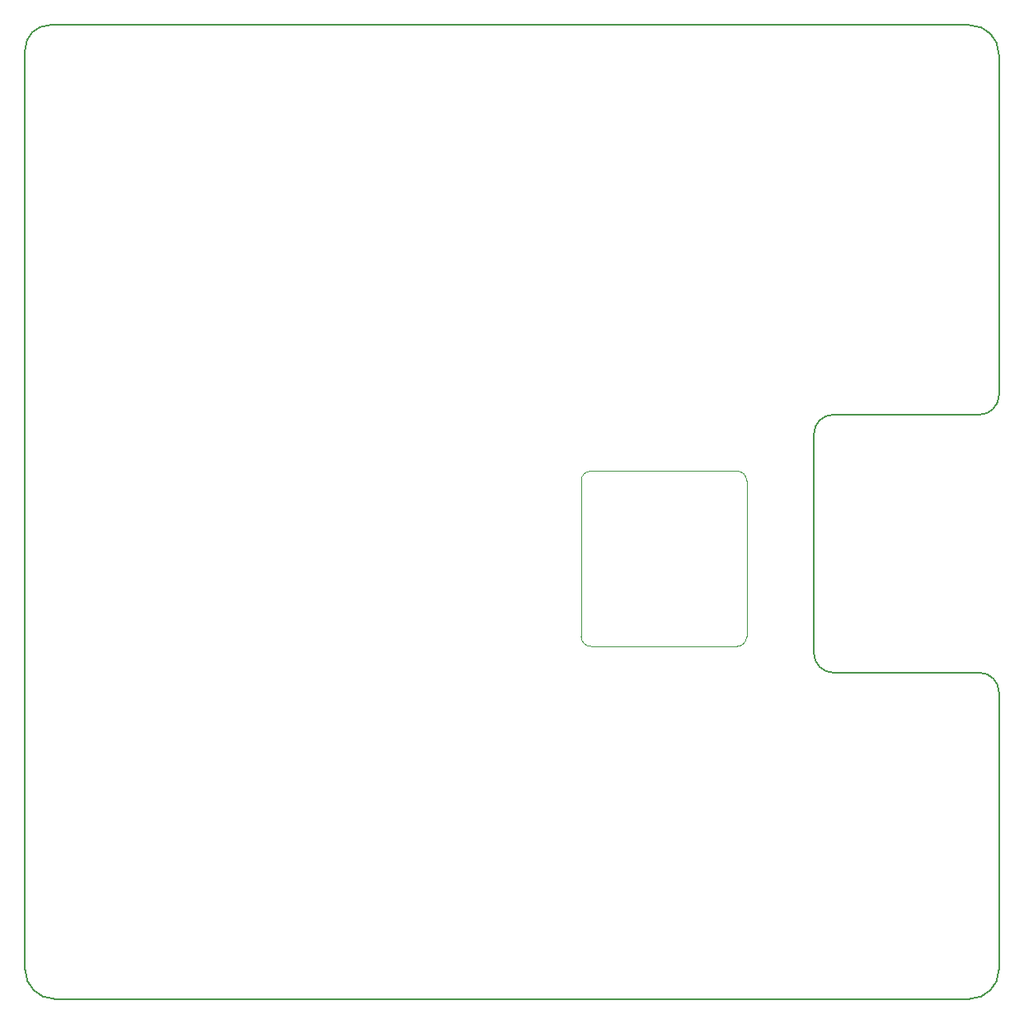
<source format=gbr>
G04 #@! TF.GenerationSoftware,KiCad,Pcbnew,5.1.2-f72e74a~84~ubuntu18.04.1*
G04 #@! TF.CreationDate,2019-05-06T18:08:41+08:00*
G04 #@! TF.ProjectId,printer-board,7072696e-7465-4722-9d62-6f6172642e6b,rev?*
G04 #@! TF.SameCoordinates,Original*
G04 #@! TF.FileFunction,Profile,NP*
%FSLAX46Y46*%
G04 Gerber Fmt 4.6, Leading zero omitted, Abs format (unit mm)*
G04 Created by KiCad (PCBNEW 5.1.2-f72e74a~84~ubuntu18.04.1) date 2019-05-06 18:08:41*
%MOMM*%
%LPD*%
G04 APERTURE LIST*
%ADD10C,0.150000*%
%ADD11C,0.100000*%
G04 APERTURE END LIST*
D10*
X81000000Y-42000000D02*
X81000000Y-64500000D01*
X83000000Y-40000000D02*
X98000000Y-39999999D01*
X80999999Y-42000001D02*
G75*
G02X83000000Y-40000000I2000001J0D01*
G01*
X83000000Y-66499999D02*
X98000000Y-66500000D01*
X83000000Y-66499999D02*
G75*
G02X80999999Y-64499998I0J2000001D01*
G01*
X100000001Y-68500000D02*
X100000001Y-97000000D01*
X98000000Y-66499999D02*
G75*
G02X100000001Y-68500000I0J-2000001D01*
G01*
X100000000Y-38000000D02*
G75*
G02X98000000Y-40000000I-2000000J0D01*
G01*
X97000000Y0D02*
G75*
G02X100000000Y-3000000I0J-3000000D01*
G01*
D11*
X74100000Y-62800000D02*
G75*
G02X73100000Y-63800000I-1000000J0D01*
G01*
X58100000Y-63800000D02*
G75*
G02X57100000Y-62800000I0J1000000D01*
G01*
X57100000Y-46800000D02*
G75*
G02X58100000Y-45800000I1000000J0D01*
G01*
X73100000Y-45800000D02*
G75*
G02X74100000Y-46800000I0J-1000000D01*
G01*
X57100000Y-62800000D02*
X57100000Y-46800000D01*
X73100000Y-63800000D02*
X58100000Y-63800000D01*
X74100000Y-46800000D02*
X74100000Y-62800000D01*
X58100000Y-45800000D02*
X73100000Y-45800000D01*
D10*
X100000000Y-97000000D02*
G75*
G02X97000000Y-100000000I-3000000J0D01*
G01*
X3000000Y-100000000D02*
G75*
G02X0Y-97000000I0J3000000D01*
G01*
X100000000Y-38000000D02*
X100000000Y-3000000D01*
X3000000Y-100000000D02*
X97000000Y-100000000D01*
X0Y-2500000D02*
G75*
G02X2500000Y0I2500000J0D01*
G01*
X97000000Y0D02*
X2500000Y0D01*
X0Y-2500000D02*
X0Y-97000000D01*
M02*

</source>
